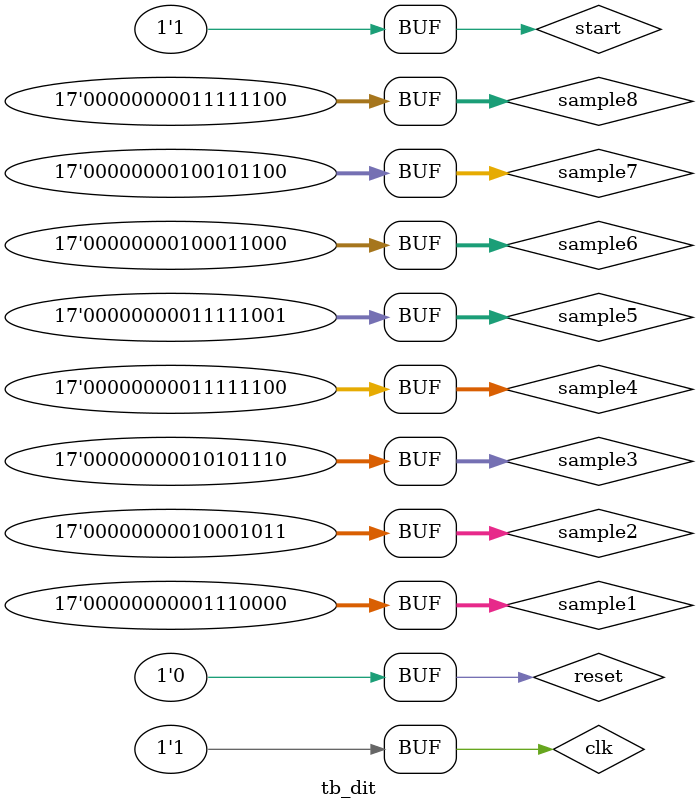
<source format=sv>
`timescale 1ns/1ps

module tb_dit
(
);

// Inputs
parameter CLK_PERIOD = 2.5;
reg clk;

reg reset;
reg start;
reg done;

	// Outputs
wire [16:0] a2, b2, c2, d2,e2,f2,g2,h2,i2,j2,k2,l2,m2,n2,o2,p2;
reg [16:0] sample1, sample2, sample3, sample4, sample5, sample6, sample7, sample8;

	


	// Instantiate Device Under Test (UUT)
	dit dut (
		.clk(clk), 
		.reset(reset), 
		.start(start), 
		.sample1(sample1),
		.sample2(sample2),
		.sample3(sample3),
		.sample4(sample4),
		.sample5(sample5),
		.sample6(sample6),
		.sample7(sample7),
		.sample8(sample8),
		.done1(done),
		.a2(a2), 
		.b2(b2),
		.c2(c2), 
		.d2(d2), 
		.e2(e2), 
		.f2(f2), 
		.g2(g2), 
		.h2(h2), 
		.i2(i2), 
		.j2(j2), 
		.k2(k2), 
		.l2(l2), 
		.m2(m2), 
		.n2(n2), 
		.o2(o2), 
		.p2(p2) 
		
	);


always begin
	clk = 1'b0;
	#(CLK_PERIOD/2);  
	clk =1;
        #(CLK_PERIOD/2);
end



initial begin
	// Initialize Inputs
	start = 1;
	reset = 1;
	#(CLK_PERIOD);
	reset = 0;
		
	sample1 = 1853;
	sample2 = 1156;
	sample3 = 6758;
	sample4 = 6785;
	sample5 = 5678;
	sample6 = 1056;
	sample7 = 6787;
	sample8 =1125;
	
	#(50*CLK_PERIOD);
	sample1 = 112;
	sample2 = 139;
	sample3 = 174;
	sample4 = 252;
	sample5 = 249;
	sample6 = 280;
	sample7 = 300;
	sample8 =252;
	#(50*CLK_PERIOD);
	


		
		
     
		
     
	end
      
endmodule

/*

`timescale 1ns/1ps

module tb_dit
(



);
// Inputs
	reg clk;
	reg reset;
	reg start;

	// Outputs
	wire [17:0] a2, b2, c2, d2,e2,f2,g2,h2,i2,j2,k2,l2,m2,n2,o2,p2;
	wire w1;
	wire [19:0] cos1;

	// Instantiate Device Under Test (UUT)
	dit dut (
		.clk(clk), 
		.reset(reset), 
		.start(start), 
		.a2(a2), 
		.b2(b2), 
		.c2(c2), 
		.d2(d2), 
		.e2(e2), 
		.f2(f2), 
		.g2(g2), 
		.h2(h2), 
		.i2(i2), 
		.j2(j2), 
		.k2(k2), 
		.l2(l2), 
		.m2(m2), 
		.n2(n2), 
		.o2(o2), 
		.p2(p2) 
		//.w1(w1), 
		//.cos1(cos1)
	);

	initial begin
		// Initialize Inputs
		clk = 0;
		reset = 1;
		start = 0;

		// Wait 50 ns 
		#5;
      clk = 1;
		reset = 1;
		start = 0;

		// Wait 50 ns 
		#5;
		clk = 0;
		reset = 0;
		start = 1;


		// Wait 50 ns 
		#5;
      clk = 1;
		reset = 0;
		start = 1;

		#5;
		clk = 0;
		reset = 0;
		start = 1;

		// Wait 50 ns 
		#5;
      clk = 1;
		reset = 0;
		start = 1;

		#5;
		clk = 0;
		reset = 0;
		start = 1;

		// Wait 50 ns 
		#5;
      clk = 1;
		reset = 0;
		start = 1;

		#5;
		clk = 0;
		reset = 0;
		start = 1;

		// Wait 50 ns 
		#5;
      clk = 1;
		reset = 0;
		start = 1;

		#5;
		clk = 0;
		reset = 0;
		start = 1;

		// Wait 50 ns 
		#5;
      clk = 1;
		reset = 0;
		start = 1;

		#5;
		clk = 0;
		reset = 0;
		start = 1;

		// Wait 50 ns 
		#5;
      clk = 1;
		reset = 0;
		start = 1;

		#5;
		clk = 0;
		reset = 0;
		start = 1;

		// Wait 50 ns 
		#5;
      clk = 1;
		reset = 0;
		start = 1;

		#5;
		clk = 0;
		reset = 0;
		start = 1;

		// Wait 50 ns 
		#5;
      clk = 1;
		reset = 0;
		start = 1;

		#5;
		clk = 0;
		reset = 0;
		start = 1;

		// Wait 50 ns 
		#5;
      clk = 1;
		reset = 0;
		start = 1;

		#5;
		clk = 0;
		reset = 0;
		start = 1;

		// Wait 50 ns 
		#5;
      clk = 1;
		reset = 0;
		start = 1;

		#5;
		clk = 0;
		reset = 0;
		start = 1;

		// Wait 50 ns
		#5;
      clk = 1;
		reset = 0;
		start = 1;

		#5;
		clk = 0;
		reset = 0;
		start = 1;

		// Wait 50 ns 
		#5;
      clk = 1;
		reset = 0;
		start = 1;

		#5;
		clk = 0;
		reset = 0;
		start = 1;

		// Wait 50 ns 
		#5;
      clk = 1;
		reset = 0;
		start = 1;

		#5;
		clk = 0;
		reset = 0;
		start = 1;

		// Wait 50 ns 
		#5;
      clk = 1;
		reset = 0;
		start = 1;

		#5;
		clk = 0;
		reset = 0;
		start = 1;

		// Wait 50 ns 
		#5;
      clk = 1;
		reset = 0;
		start = 1;

		#5;
		clk = 0;
		reset = 0;
		start = 1;

		// Wait 50 ns 
		#5;
      clk = 1;
		reset = 0;
		start = 1;

		#5;
		clk = 0;
		reset = 0;
		start = 1;

		// Wait 50 ns 
		#5;
      clk = 1;
		reset = 0;
		start = 1;

		#5;
		clk = 0;
		reset = 0;
		start = 1;

		// Wait 50 ns 
		#5;
      clk = 1;
		reset = 0;
		start = 1;

		#5;
		clk = 0;
		reset = 0;
		start = 1;

		// Wait 50 ns
		#5;
      clk = 1;
		reset = 0;
		start = 1;

		#5;
		clk = 0;
		reset = 0;
		start = 1;

		// Wait 50 ns 
		#5;
      clk = 1;
		reset = 0;
		start = 1;

		#5;
		clk = 0;
		reset = 0;
		start = 1;

		// Wait 50 ns 
		#5;
      clk = 1;
		reset = 0;
		start = 1;

		#5;
		clk = 0;
		reset = 0;
		start = 1;

		// Wait 50 ns 
		#5;
      clk = 1;
		reset = 0;
		start = 1;

		#5;
		clk = 0;
		reset = 0;
		start = 1;

		// Wait 50 ns 
		#5;
      clk = 1;
		reset = 0;
		start = 1;

		#5;
		clk = 0;
		reset = 0;
		start = 1;

		// Wait 50 ns 
		#5;
      clk = 1;
		reset = 0;
		start = 1;

		#5;
		clk = 0;
		reset = 0;
		start = 1;

		// Wait 50 ns 
		#5;
      clk = 1;
		reset = 0;
		start = 1;

		#5;
		clk = 0;
		reset = 0;
		start = 1;

		// Wait 50 ns 
		#5;
      clk = 1;
		reset = 0;
		start = 1;

		#5;
		clk = 0;
		reset = 0;
		start = 1;

		// Wait 50 ns for global reset to finish
		#5;
      clk = 1;
		reset = 0;
		start = 1;

		#5;
		clk = 0;
		reset = 0;
		start = 1;

		// Wait 50 ns for global reset to finish
		#5;
      clk = 1;
		reset = 0;
		start = 1;

		#5;
		clk = 0;
		reset = 0;
		start = 1;

		// Wait 50 ns for global reset to finish
		#5;
      clk = 1;
		reset = 0;
		start = 1;

		#5;
		clk = 0;
		reset = 0;
		start = 1;

		// Wait 50 ns for global reset to finish
		#5;
      clk = 1;
		reset = 0;
		start = 1;

		#5;
		clk = 0;
		reset = 0;
		start = 1;

		// Wait 50 ns for global reset to finish
		#5;
      clk = 1;
		reset = 0;
		start = 1;

		#5;
		clk = 0;
		reset = 0;
		start = 1;

		// Wait 50 ns for global reset to finish
		#5;
      clk = 1;
		reset = 0;
		start = 1;

		#5;
		clk = 0;
		reset = 0;
		start = 1;

		// Wait 50 ns for global reset to finish
		#5;
      clk = 1;
		reset = 0;
		start = 1;

		#5;
		clk = 0;
		reset = 0;
		start = 1;

		// Wait 50 ns for global reset to finish
		#5;
      clk = 1;
		reset = 0;
		start = 1;

		#5;
		clk = 0;
		reset = 0;
		start = 1;

		// Wait 50 ns for global reset to finish
		#5;
      clk = 1;
		reset = 0;
		start = 1;

		#5;
		clk = 0;
		reset = 0;
		start = 1;

		// Wait 50 ns for global reset to finish
		#5;
      clk = 1;
		reset = 0;
		start = 1;

		#5;
		clk = 0;
		reset = 0;
		start = 1;

		// Wait 50 ns for global reset to finish
		#5;
      clk = 1;
		reset = 0;
		start = 1;

		#5;
		clk = 0;
		reset = 0;
		start = 1;

		// Wait 50 ns for global reset to finish
		#5;
      clk = 1;
		reset = 0;
		start = 1;

		#5;
		clk = 0;
		reset = 0;
		start = 1;

		// Wait 50 ns for global reset to finish
		#5;
      clk = 1;
		reset = 0;
		start = 1;

		#5;
		clk = 0;
		reset = 0;
		start = 1;

		// Wait 50 ns for global reset to finish
		#5;
      clk = 1;
		reset = 0;
		start = 1;

		#5;
		clk = 0;
		reset = 0;
		start = 1;

		// Wait 50 ns for global reset to finish
		#5;
      clk = 1;
		reset = 0;
		start = 1;

		#5;
		clk = 0;
		reset = 0;
		start = 1;

		// Wait 50 ns for global reset to finish
		#5;
      clk = 1;
		reset = 0;
		start = 1;

		#5;
		clk = 0;
		reset = 0;
		start = 1;

		// Wait 50 ns for global reset to finish
		#5;
      clk = 1;
		reset = 0;
		start = 1;

		#5;
		clk = 0;
		reset = 0;
		start = 1;

		// Wait 50 ns for global reset to finish
		#5;
      clk = 1;
		reset = 0;
		start = 1;

		#5;
		clk = 0;
		reset = 0;
		start = 1;

		// Wait 50 ns for global reset to finish
		#5;
      clk = 1;
		reset = 0;
		start = 1;

		#5;
		clk = 0;
		reset = 0;
		start = 1;

		// Wait 50 ns for global reset to finish
		#5;
      clk = 1;
		reset = 0;
		start = 1;

		#5;
		clk = 0;
		reset = 0;
		start = 1;

		// Wait 50 ns for global reset to finish
		#5;
      clk = 1;
		reset = 0;
		start = 1;

		#5;
		clk = 0;
		reset = 0;
		start = 1;

		// Wait 50 ns for global reset to finish
		#5;
      clk = 1;
		reset = 0;
		start = 1;

		#5;
		clk = 0;
		reset = 0;
		start = 1;

		// Wait 50 ns for global reset to finish
		#5;
      clk = 1;
		reset = 0;
		start = 1;

		#5;
		clk = 0;
		reset = 0;
		start = 1;

		// Wait 50 ns for global reset to finish
		#5;
      clk = 1;
		reset = 0;
		start = 1;

		#5;
		clk = 0;
		reset = 0;
		start = 1;

		// Wait 50 ns for global reset to finish
		#5;
      clk = 1;
		reset = 0;
		start = 1;

		#5;
		clk = 0;
		reset = 0;
		start = 1;

		// Wait 50 ns for global reset to finish
		#5;
      clk = 1;
		reset = 0;
		start = 1;

		#5;
		clk = 0;
		reset = 0;
		start = 1;

		// Wait 50 ns for global reset to finish
		#5;
      clk = 1;
		reset = 0;
		start = 1;

		#5;
		clk = 0;
		reset = 0;
		start = 1;

		// Wait 50 ns for global reset to finish
		#5;
      clk = 1;
		reset = 0;
		start = 1;

		#5;
		clk = 0;
		reset = 0;
		start = 1;

		// Wait 50 ns for global reset to finish
		#5;
      clk = 1;
		reset = 0;
		start = 1;

		#5;
		clk = 0;
		reset = 0;
		start = 1;

		// Wait 50 ns for global reset to finish
		#5;
      clk = 1;
		reset = 0;
		start = 1;

		#5;
		clk = 0;
		reset = 0;
		start = 1;

		// Wait 50 ns for global reset to finish
		#5;
      clk = 1;
		reset = 0;
		start = 1;

		#5;
		clk = 0;
		reset = 0;
		start = 1;

		// Wait 50 ns for global reset to finish
		#5;
      clk = 1;
		reset = 0;
		start = 1;

		#5;
		clk = 0;
		reset = 0;
		start = 1;

		// Wait 50 ns for global reset to finish
		#5;
      clk = 1;
		reset = 0;
		start = 1;

		#5;
		clk = 0;
		reset = 0;
		start = 1;

		// Wait 50 ns for global reset to finish
		#5;
      clk = 1;
		reset = 0;
		start = 1;

		#5;
		clk = 0;
		reset = 0;
		start = 1;

		// Wait 50 ns for global reset to finish
		#5;
      clk = 1;
		reset = 0;
		start = 1;

		#5;
		clk = 0;
		reset = 0;
		start = 1;

		// Wait 50 ns for global reset to finish
		#5;
      clk = 1;
		reset = 0;
		start = 1;

		#5;
		clk = 0;
		reset = 0;
		start = 1;

		// Wait 50 ns for global reset to finish
		#5;
      clk = 1;
		reset = 0;
		start = 1;

		#5;
		clk = 0;
		reset = 0;
		start = 1;

		// Wait 50 ns for global reset to finish
		#5;
      clk = 1;
		reset = 0;
		start = 1;

		#5;
		clk = 0;
		reset = 0;
		start = 1;

		// Wait 50 ns for global reset to finish
		#5;
      clk = 1;
		reset = 0;
		start = 1;

		#5;
		clk = 0;
		reset = 0;
		start = 1;

		// Wait 50 ns for global reset to finish
		#5;
      clk = 1;
		reset = 0;
		start = 1;

		#5;
		clk = 0;
		reset = 0;
		start = 1;

		// Wait 50 ns for global reset to finish
		#5;
      clk = 1;
		reset = 0;
		start = 1;

		#5;
		clk = 0;
		reset = 0;
		start = 1;

		// Wait 50 ns for global reset to finish
		#5;
      clk = 1;
		reset = 0;
		start = 1;

		#5;
		clk = 0;
		reset = 0;
		start = 1;

		// Wait 50 ns for global reset to finish
		#5;
      clk = 1;
		reset = 0;
		start = 1;

		#5;
		clk = 0;
		reset = 0;
		start = 1;

		// Wait 50 ns for global reset to finish
		#5;
      clk = 1;
		reset = 0;
		start = 1;

		#5;
		clk = 0;
		reset = 0;
		start = 1;

		// Wait 50 ns for global reset to finish
		#5;
      clk = 1;
		reset = 0;
		start = 1;

		#5;
		clk = 0;
		reset = 0;
		start = 1;

		// Wait 50 ns for global reset to finish
		#5;
      clk = 1;
		reset = 0;
		start = 1;

		#5;
		clk = 0;
		reset = 0;
		start = 1;

		// Wait 50 ns for global reset to finish
		#5;
      clk = 1;
		reset = 0;
		start = 1;

		#5;
		clk = 0;
		reset = 0;
		start = 1;

		// Wait 50 ns for global reset to finish
		#5;
      clk = 1;
		reset = 0;
		start = 1;

		#5;
		clk = 0;
		reset = 0;
		start = 1;

		// Wait 50 ns for global reset to finish
		#5;
      clk = 1;
		reset = 0;
		start = 1;

		#5;
		clk = 0;
		reset = 0;
		start = 1;

		// Wait 50 ns for global reset to finish
		#5;
      clk = 1;
		reset = 0;
		start = 1;

		#5;
		clk = 0;
		reset = 0;
		start = 1;

		// Wait 50 ns for global reset to finish
		#5;
      clk = 1;
		reset = 0;
		start = 1;

		#5;
		clk = 0;
		reset = 0;
		start = 1;

		// Wait 50 ns for global reset to finish
		#5;
      clk = 1;
		reset = 0;
		start = 1;

		#5;
		clk = 0;
		reset = 0;
		start = 1;

		// Wait 50 ns for global reset to finish
		#5;
      clk = 1;
		reset = 0;
		start = 1;

		#5;
		clk = 0;
		reset = 0;
		start = 1;

		// Wait 50 ns for global reset to finish
		#5;
      clk = 1;
		reset = 0;
		start = 1;

		#5;
		clk = 0;
		reset = 0;
		start = 1;

		// Wait 50 ns for global reset to finish
		#5;
      clk = 1;
		reset = 0;
		start = 1;

		#5;
		clk = 0;
		reset = 0;
		start = 1;

		// Wait 50 ns for global reset to finish
		#5;
      clk = 1;
		reset = 0;
		start = 1;

		#5;
		clk = 0;
		reset = 0;
		start = 1;

		// Wait 50 ns for global reset to finish
		#5;
      clk = 1;
		reset = 0;
		start = 1;

		#5;
		clk = 0;
		reset = 0;
		start = 1;

		// Wait 50 ns for global reset to finish
		#5;
      clk = 1;
		reset = 0;
		start = 1;

		#5;
		clk = 0;
		reset = 0;
		start = 1;

		// Wait 50 ns for global reset to finish
		#5;
      clk = 1;
		reset = 0;
		start = 1;

		#5;
		clk = 0;
		reset = 0;
		start = 1;

		// Wait 50 ns for global reset to finish
		#5;
      clk = 1;
		reset = 0;
		start = 1;

		#5;
		clk = 0;
		reset = 0;
		start = 1;

		// Wait 50 ns for global reset to finish
		#5;
      clk = 1;
		reset = 0;
		start = 1;

		#5;
		clk = 0;
		reset = 0;
		start = 1;

		// Wait 50 ns for global reset to finish
		#5;
      clk = 1;
		reset = 0;
		start = 1;

		#5;
		clk = 0;
		reset = 0;
		start = 1;

		// Wait 50 ns for global reset to finish
		#5;
      clk = 1;
		reset = 0;
		start = 1;

		#5;
		clk = 0;
		reset = 0;
		start = 1;

		// Wait 50 ns for global reset to finish
		#5;
      clk = 1;
		reset = 0;
		start = 1;

		#5;
		clk = 0;
		reset = 0;
		start = 1;

		// Wait 50 ns for global reset to finish
		#5;
      clk = 1;
		reset = 0;
		start = 1;

		#5;
		clk = 0;
		reset = 0;
		start = 1;

		// Wait 50 ns for global reset to finish
		#5;
      clk = 1;
		reset = 0;
		start = 1;

		#5;
		clk = 0;
		reset = 0;
		start = 1;

		// Wait 50 ns for global reset to finish
		#5;
      clk = 1;
		reset = 0;
		start = 1;

		#5;
		clk = 0;
		reset = 0;
		start = 1;

		// Wait 50 ns for global reset to finish
		#5;
      clk = 1;
		reset = 0;
		start = 1;

		#5;
		clk = 0;
		reset = 0;
		start = 1;

		// Wait 50 ns for global reset to finish
		#5;
      clk = 1;
		reset = 0;
		start = 1;

		#5;
		clk = 0;
		reset = 0;
		start = 1;

		// Wait 50 ns for global reset to finish
		#5;
      clk = 1;
		reset = 0;
		start = 1;

		#5;
		clk = 0;
		reset = 0;
		start = 1;

		// Wait 50 ns for global reset to finish
		#5;
      clk = 1;
		reset = 0;
		start = 1;

		#5;
		clk = 0;
		reset = 0;
		start = 1;

		// Wait 50 ns for global reset to finish
		#5;
      clk = 1;
		reset = 0;
		start = 1;

		#5;
		clk = 0;
		reset = 0;
		start = 1;

		// Wait 50 ns for global reset to finish
		#5;
      clk = 1;
		reset = 0;
		start = 1;

		#5;
		clk = 0;
		reset = 0;
		start = 1;

		// Wait 50 ns for global reset to finish
		#5;
      clk = 1;
		reset = 0;
		start = 1;

		#5;
		clk = 0;
		reset = 0;
		start = 1;

		// Wait 50 ns for global reset to finish
		#5;
      clk = 1;
		reset = 0;
		start = 1;

		#5;
		clk = 0;
		reset = 0;
		start = 1;

		// Wait 50 ns for global reset to finish
		#5;
      clk = 1;
		reset = 0;
		start = 1;

		#5;
		clk = 0;
		reset = 0;
		start = 1;

		// Wait 50 ns for global reset to finish
		#5;
      clk = 1;
		reset = 0;
		start = 1;

		#5;
		clk = 0;
		reset = 0;
		start = 1;

		// Wait 50 ns for global reset to finish
		#5;
      clk = 1;
		reset = 0;
		start = 1;

		#5;
		clk = 0;
		reset = 0;
		start = 1;

		// Wait 50 ns for global reset to finish
		#5;
      clk = 1;
		reset = 0;
		start = 1;

		#5;
		clk = 0;
		reset = 0;
		start = 1;

		// Wait 50 ns for global reset to finish
		#5;
      clk = 1;
		reset = 0;
		start = 1;

		#5;
		clk = 0;
		reset = 0;
		start = 1;

		// Wait 50 ns for global reset to finish
		#5;
      clk = 1;
		reset = 0;
		start = 1;

		#5;
		clk = 0;
		reset = 0;
		start = 1;

		// Wait 50 ns for global reset to finish
		#5;
      clk = 1;
		reset = 0;
		start = 1;


	end
      
endmodule
*/

</source>
